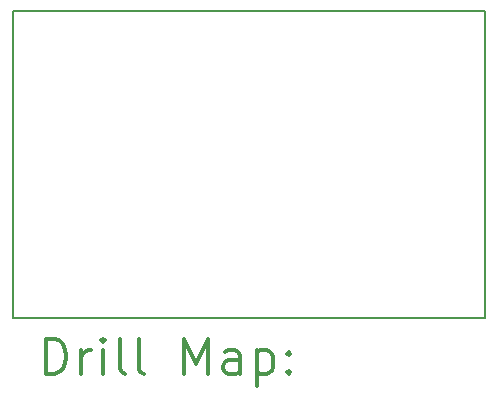
<source format=gbr>
%FSLAX45Y45*%
G04 Gerber Fmt 4.5, Leading zero omitted, Abs format (unit mm)*
G04 Created by KiCad (PCBNEW 5.0.2-bee76a0~70~ubuntu18.04.1) date Ср 05 июн 2019 16:52:32*
%MOMM*%
%LPD*%
G01*
G04 APERTURE LIST*
%ADD10C,0.200000*%
%ADD11C,0.300000*%
G04 APERTURE END LIST*
D10*
X9000000Y-10000000D02*
X5000000Y-10000000D01*
X9000000Y-7400000D02*
X9000000Y-10000000D01*
X5000000Y-7400000D02*
X9000000Y-7400000D01*
X5000000Y-10000000D02*
X5000000Y-7400000D01*
D10*
D11*
X5276428Y-10475714D02*
X5276428Y-10175714D01*
X5347857Y-10175714D01*
X5390714Y-10190000D01*
X5419286Y-10218572D01*
X5433571Y-10247143D01*
X5447857Y-10304286D01*
X5447857Y-10347143D01*
X5433571Y-10404286D01*
X5419286Y-10432857D01*
X5390714Y-10461429D01*
X5347857Y-10475714D01*
X5276428Y-10475714D01*
X5576428Y-10475714D02*
X5576428Y-10275714D01*
X5576428Y-10332857D02*
X5590714Y-10304286D01*
X5605000Y-10290000D01*
X5633571Y-10275714D01*
X5662143Y-10275714D01*
X5762143Y-10475714D02*
X5762143Y-10275714D01*
X5762143Y-10175714D02*
X5747857Y-10190000D01*
X5762143Y-10204286D01*
X5776428Y-10190000D01*
X5762143Y-10175714D01*
X5762143Y-10204286D01*
X5947857Y-10475714D02*
X5919286Y-10461429D01*
X5905000Y-10432857D01*
X5905000Y-10175714D01*
X6105000Y-10475714D02*
X6076428Y-10461429D01*
X6062143Y-10432857D01*
X6062143Y-10175714D01*
X6447857Y-10475714D02*
X6447857Y-10175714D01*
X6547857Y-10390000D01*
X6647857Y-10175714D01*
X6647857Y-10475714D01*
X6919286Y-10475714D02*
X6919286Y-10318572D01*
X6905000Y-10290000D01*
X6876428Y-10275714D01*
X6819286Y-10275714D01*
X6790714Y-10290000D01*
X6919286Y-10461429D02*
X6890714Y-10475714D01*
X6819286Y-10475714D01*
X6790714Y-10461429D01*
X6776428Y-10432857D01*
X6776428Y-10404286D01*
X6790714Y-10375714D01*
X6819286Y-10361429D01*
X6890714Y-10361429D01*
X6919286Y-10347143D01*
X7062143Y-10275714D02*
X7062143Y-10575714D01*
X7062143Y-10290000D02*
X7090714Y-10275714D01*
X7147857Y-10275714D01*
X7176428Y-10290000D01*
X7190714Y-10304286D01*
X7205000Y-10332857D01*
X7205000Y-10418572D01*
X7190714Y-10447143D01*
X7176428Y-10461429D01*
X7147857Y-10475714D01*
X7090714Y-10475714D01*
X7062143Y-10461429D01*
X7333571Y-10447143D02*
X7347857Y-10461429D01*
X7333571Y-10475714D01*
X7319286Y-10461429D01*
X7333571Y-10447143D01*
X7333571Y-10475714D01*
X7333571Y-10290000D02*
X7347857Y-10304286D01*
X7333571Y-10318572D01*
X7319286Y-10304286D01*
X7333571Y-10290000D01*
X7333571Y-10318572D01*
M02*

</source>
